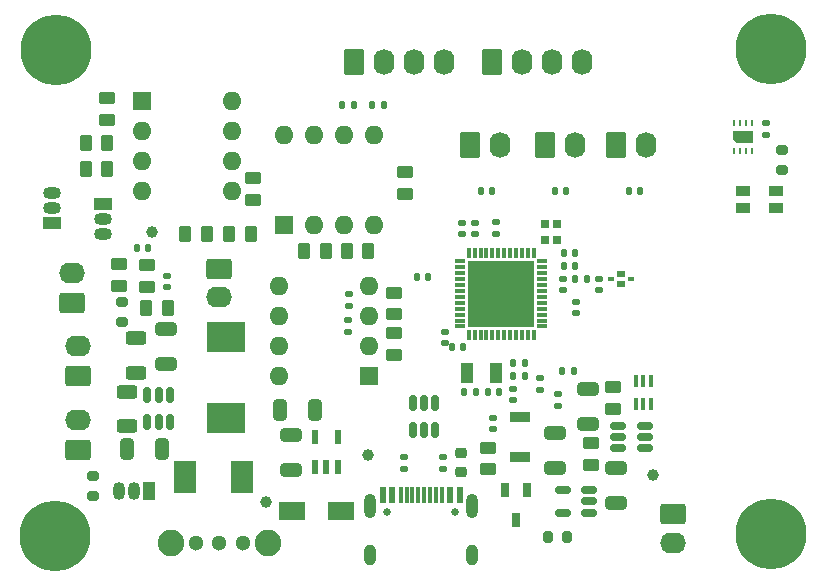
<source format=gbr>
%TF.GenerationSoftware,KiCad,Pcbnew,(6.0.0)*%
%TF.CreationDate,2023-04-26T08:22:48-05:00*%
%TF.ProjectId,SNAP_Project,534e4150-5f50-4726-9f6a-6563742e6b69,1.0*%
%TF.SameCoordinates,Original*%
%TF.FileFunction,Soldermask,Top*%
%TF.FilePolarity,Negative*%
%FSLAX46Y46*%
G04 Gerber Fmt 4.6, Leading zero omitted, Abs format (unit mm)*
G04 Created by KiCad (PCBNEW (6.0.0)) date 2023-04-26 08:22:48*
%MOMM*%
%LPD*%
G01*
G04 APERTURE LIST*
G04 Aperture macros list*
%AMRoundRect*
0 Rectangle with rounded corners*
0 $1 Rounding radius*
0 $2 $3 $4 $5 $6 $7 $8 $9 X,Y pos of 4 corners*
0 Add a 4 corners polygon primitive as box body*
4,1,4,$2,$3,$4,$5,$6,$7,$8,$9,$2,$3,0*
0 Add four circle primitives for the rounded corners*
1,1,$1+$1,$2,$3*
1,1,$1+$1,$4,$5*
1,1,$1+$1,$6,$7*
1,1,$1+$1,$8,$9*
0 Add four rect primitives between the rounded corners*
20,1,$1+$1,$2,$3,$4,$5,0*
20,1,$1+$1,$4,$5,$6,$7,0*
20,1,$1+$1,$6,$7,$8,$9,0*
20,1,$1+$1,$8,$9,$2,$3,0*%
%AMFreePoly0*
4,1,6,0.500000,-0.850000,-0.500000,-0.850000,-0.500000,0.550000,-0.200000,0.850000,0.500000,0.850000,0.500000,-0.850000,0.500000,-0.850000,$1*%
G04 Aperture macros list end*
%ADD10RoundRect,0.250000X-0.620000X-0.845000X0.620000X-0.845000X0.620000X0.845000X-0.620000X0.845000X0*%
%ADD11O,1.740000X2.190000*%
%ADD12RoundRect,0.140000X-0.170000X0.140000X-0.170000X-0.140000X0.170000X-0.140000X0.170000X0.140000X0*%
%ADD13R,0.600000X1.150000*%
%ADD14RoundRect,0.140000X0.170000X-0.140000X0.170000X0.140000X-0.170000X0.140000X-0.170000X-0.140000X0*%
%ADD15R,1.700000X0.900000*%
%ADD16R,1.050000X1.500000*%
%ADD17O,1.050000X1.500000*%
%ADD18RoundRect,0.250000X0.650000X-0.325000X0.650000X0.325000X-0.650000X0.325000X-0.650000X-0.325000X0*%
%ADD19RoundRect,0.250000X0.262500X0.450000X-0.262500X0.450000X-0.262500X-0.450000X0.262500X-0.450000X0*%
%ADD20RoundRect,0.200000X0.275000X-0.200000X0.275000X0.200000X-0.275000X0.200000X-0.275000X-0.200000X0*%
%ADD21RoundRect,0.140000X-0.140000X-0.170000X0.140000X-0.170000X0.140000X0.170000X-0.140000X0.170000X0*%
%ADD22C,1.000000*%
%ADD23RoundRect,0.250000X0.450000X-0.262500X0.450000X0.262500X-0.450000X0.262500X-0.450000X-0.262500X0*%
%ADD24RoundRect,0.140000X0.140000X0.170000X-0.140000X0.170000X-0.140000X-0.170000X0.140000X-0.170000X0*%
%ADD25C,6.000000*%
%ADD26RoundRect,0.250000X-0.625000X0.312500X-0.625000X-0.312500X0.625000X-0.312500X0.625000X0.312500X0*%
%ADD27R,0.800000X0.500000*%
%ADD28R,0.500000X0.300000*%
%ADD29RoundRect,0.150000X-0.150000X0.512500X-0.150000X-0.512500X0.150000X-0.512500X0.150000X0.512500X0*%
%ADD30R,0.700000X0.750000*%
%ADD31RoundRect,0.250000X0.845000X-0.620000X0.845000X0.620000X-0.845000X0.620000X-0.845000X-0.620000X0*%
%ADD32O,2.190000X1.740000*%
%ADD33R,1.500000X1.050000*%
%ADD34O,1.500000X1.050000*%
%ADD35R,1.000000X1.800000*%
%ADD36RoundRect,0.250000X-0.450000X0.262500X-0.450000X-0.262500X0.450000X-0.262500X0.450000X0.262500X0*%
%ADD37RoundRect,0.250000X0.325000X0.650000X-0.325000X0.650000X-0.325000X-0.650000X0.325000X-0.650000X0*%
%ADD38RoundRect,0.150000X0.150000X-0.512500X0.150000X0.512500X-0.150000X0.512500X-0.150000X-0.512500X0*%
%ADD39C,0.650000*%
%ADD40R,0.600000X1.450000*%
%ADD41R,0.300000X1.450000*%
%ADD42O,1.000000X2.100000*%
%ADD43O,1.000000X1.800000*%
%ADD44RoundRect,0.150000X0.512500X0.150000X-0.512500X0.150000X-0.512500X-0.150000X0.512500X-0.150000X0*%
%ADD45RoundRect,0.250000X-0.262500X-0.450000X0.262500X-0.450000X0.262500X0.450000X-0.262500X0.450000X0*%
%ADD46R,2.250000X1.600000*%
%ADD47RoundRect,0.135000X-0.135000X-0.185000X0.135000X-0.185000X0.135000X0.185000X-0.135000X0.185000X0*%
%ADD48R,1.903000X2.790000*%
%ADD49R,0.650000X1.220000*%
%ADD50RoundRect,0.135000X-0.185000X0.135000X-0.185000X-0.135000X0.185000X-0.135000X0.185000X0.135000X0*%
%ADD51RoundRect,0.250000X-0.650000X0.325000X-0.650000X-0.325000X0.650000X-0.325000X0.650000X0.325000X0*%
%ADD52RoundRect,0.135000X0.185000X-0.135000X0.185000X0.135000X-0.185000X0.135000X-0.185000X-0.135000X0*%
%ADD53RoundRect,0.200000X-0.275000X0.200000X-0.275000X-0.200000X0.275000X-0.200000X0.275000X0.200000X0*%
%ADD54R,1.200000X0.900000*%
%ADD55R,1.600000X1.600000*%
%ADD56O,1.600000X1.600000*%
%ADD57RoundRect,0.200000X0.200000X0.275000X-0.200000X0.275000X-0.200000X-0.275000X0.200000X-0.275000X0*%
%ADD58R,0.250000X0.550000*%
%ADD59FreePoly0,90.000000*%
%ADD60R,0.400000X1.000000*%
%ADD61RoundRect,0.218750X0.256250X-0.218750X0.256250X0.218750X-0.256250X0.218750X-0.256250X-0.218750X0*%
%ADD62C,1.300000*%
%ADD63C,2.250000*%
%ADD64RoundRect,0.147500X-0.147500X-0.172500X0.147500X-0.172500X0.147500X0.172500X-0.147500X0.172500X0*%
%ADD65RoundRect,0.147500X0.172500X-0.147500X0.172500X0.147500X-0.172500X0.147500X-0.172500X-0.147500X0*%
%ADD66R,0.300000X0.850000*%
%ADD67R,0.850000X0.300000*%
%ADD68R,5.700000X5.700000*%
%ADD69R,3.300000X2.500000*%
G04 APERTURE END LIST*
D10*
%TO.C,J4*%
X95140000Y-78927500D03*
D11*
X97680000Y-78927500D03*
X100220000Y-78927500D03*
X102760000Y-78927500D03*
%TD*%
D12*
%TO.C,C13*%
X102830000Y-101790000D03*
X102830000Y-102750000D03*
%TD*%
D13*
%TO.C,IC1*%
X91850000Y-113207500D03*
X92800000Y-113207500D03*
X93750000Y-113207500D03*
X93750000Y-110707500D03*
X91850000Y-110707500D03*
%TD*%
D14*
%TO.C,C24*%
X107150000Y-93450000D03*
X107150000Y-92490000D03*
%TD*%
D15*
%TO.C,SW2*%
X109160000Y-108950000D03*
X109160000Y-112350000D03*
%TD*%
D16*
%TO.C,Q3*%
X77800000Y-115257500D03*
D17*
X76530000Y-115257500D03*
X75260000Y-115257500D03*
%TD*%
D18*
%TO.C,C5*%
X114960000Y-109595000D03*
X114960000Y-106645000D03*
%TD*%
D19*
%TO.C,R27*%
X74232500Y-85780000D03*
X72407500Y-85780000D03*
%TD*%
D20*
%TO.C,R4*%
X75460000Y-100905000D03*
X75460000Y-99255000D03*
%TD*%
D21*
%TO.C,C20*%
X76730000Y-94690000D03*
X77690000Y-94690000D03*
%TD*%
D22*
%TO.C,TP1*%
X96330000Y-112200000D03*
%TD*%
D23*
%TO.C,R11*%
X106450000Y-113402500D03*
X106450000Y-111577500D03*
%TD*%
D24*
%TO.C,C31*%
X101430000Y-97107500D03*
X100470000Y-97107500D03*
%TD*%
D14*
%TO.C,C9*%
X104300000Y-93487500D03*
X104300000Y-92527500D03*
%TD*%
D23*
%TO.C,R19*%
X98550000Y-103720000D03*
X98550000Y-101895000D03*
%TD*%
D25*
%TO.C,H2*%
X69940000Y-77887500D03*
%TD*%
D26*
%TO.C,R1*%
X76710000Y-102297500D03*
X76710000Y-105222500D03*
%TD*%
D19*
%TO.C,R18*%
X74232500Y-87950000D03*
X72407500Y-87950000D03*
%TD*%
D27*
%TO.C,FL1*%
X117760000Y-96850000D03*
D28*
X118610000Y-97300000D03*
D27*
X117760000Y-97750000D03*
D28*
X116910000Y-97300000D03*
%TD*%
D29*
%TO.C,U2*%
X79550000Y-107082500D03*
X78600000Y-107082500D03*
X77650000Y-107082500D03*
X77650000Y-109357500D03*
X78600000Y-109357500D03*
X79550000Y-109357500D03*
%TD*%
D30*
%TO.C,Y1*%
X111350000Y-92632500D03*
X111350000Y-93982500D03*
X112350000Y-93982500D03*
X112350000Y-92632500D03*
%TD*%
D31*
%TO.C,BT1*%
X122160000Y-117197000D03*
D32*
X122160000Y-119610000D03*
%TD*%
D33*
%TO.C,Q2*%
X73920000Y-90980000D03*
D34*
X73920000Y-92250000D03*
X73920000Y-93520000D03*
%TD*%
D23*
%TO.C,R28*%
X74230000Y-83822500D03*
X74230000Y-81997500D03*
%TD*%
D22*
%TO.C,TP4*%
X120450000Y-113920000D03*
%TD*%
%TO.C,TP2*%
X78000000Y-93290000D03*
%TD*%
D23*
%TO.C,R30*%
X77580000Y-97952500D03*
X77580000Y-96127500D03*
%TD*%
D35*
%TO.C,Y2*%
X107200000Y-105207500D03*
X104700000Y-105207500D03*
%TD*%
D31*
%TO.C,D4*%
X71770000Y-111777500D03*
D32*
X71770000Y-109237500D03*
%TD*%
D18*
%TO.C,C7*%
X117329273Y-116247500D03*
X117329273Y-113297500D03*
%TD*%
D24*
%TO.C,C22*%
X107430000Y-106857500D03*
X106470000Y-106857500D03*
%TD*%
D14*
%TO.C,C12*%
X105350000Y-93487500D03*
X105350000Y-92527500D03*
%TD*%
D12*
%TO.C,C11*%
X113920000Y-99210000D03*
X113920000Y-100170000D03*
%TD*%
D36*
%TO.C,R26*%
X99450000Y-88245000D03*
X99450000Y-90070000D03*
%TD*%
D37*
%TO.C,C2*%
X91825000Y-108407500D03*
X88875000Y-108407500D03*
%TD*%
D19*
%TO.C,R22*%
X82662500Y-93457500D03*
X80837500Y-93457500D03*
%TD*%
D18*
%TO.C,C6*%
X112144637Y-113287864D03*
X112144637Y-110337864D03*
%TD*%
D25*
%TO.C,H4*%
X69833680Y-119017500D03*
%TD*%
D38*
%TO.C,U1*%
X100115773Y-110095000D03*
X101065773Y-110095000D03*
X102015773Y-110095000D03*
X102015773Y-107820000D03*
X101065773Y-107820000D03*
X100115773Y-107820000D03*
%TD*%
D23*
%TO.C,R9*%
X117040000Y-108292500D03*
X117040000Y-106467500D03*
%TD*%
D39*
%TO.C,J1*%
X97949273Y-117017500D03*
X103729273Y-117017500D03*
D40*
X97589273Y-115572500D03*
X98389273Y-115572500D03*
D41*
X99589273Y-115572500D03*
X100589273Y-115572500D03*
X101089273Y-115572500D03*
X102089273Y-115572500D03*
D40*
X103289273Y-115572500D03*
X104089273Y-115572500D03*
X104089273Y-115572500D03*
X103289273Y-115572500D03*
D41*
X102589273Y-115572500D03*
X101589273Y-115572500D03*
X100089273Y-115572500D03*
X99089273Y-115572500D03*
D40*
X98389273Y-115572500D03*
X97589273Y-115572500D03*
D42*
X105159273Y-116487500D03*
D43*
X96519273Y-120667500D03*
X105159273Y-120667500D03*
D42*
X96519273Y-116487500D03*
%TD*%
D24*
%TO.C,C28*%
X119380000Y-89827500D03*
X118420000Y-89827500D03*
%TD*%
D44*
%TO.C,U8*%
X115076773Y-117067500D03*
X115076773Y-116117500D03*
X115076773Y-115167500D03*
X112801773Y-115167500D03*
X112801773Y-117067500D03*
%TD*%
D31*
%TO.C,D3*%
X71770000Y-105527500D03*
D32*
X71770000Y-102987500D03*
%TD*%
D45*
%TO.C,R23*%
X90937500Y-94957500D03*
X92762500Y-94957500D03*
%TD*%
D37*
%TO.C,C3*%
X78875000Y-111720000D03*
X75925000Y-111720000D03*
%TD*%
D14*
%TO.C,C26*%
X94625000Y-101737500D03*
X94625000Y-100777500D03*
%TD*%
D46*
%TO.C,D5*%
X89900000Y-116907500D03*
X94000000Y-116907500D03*
%TD*%
D36*
%TO.C,R24*%
X86600000Y-88745000D03*
X86600000Y-90570000D03*
%TD*%
D25*
%TO.C,H3*%
X130468680Y-118918680D03*
%TD*%
D47*
%TO.C,R15*%
X94110000Y-82570000D03*
X95130000Y-82570000D03*
%TD*%
D33*
%TO.C,Q1*%
X69600000Y-92520000D03*
D34*
X69600000Y-91250000D03*
X69600000Y-89980000D03*
%TD*%
D10*
%TO.C,J3*%
X106840000Y-78877500D03*
D11*
X109380000Y-78877500D03*
X111920000Y-78877500D03*
X114460000Y-78877500D03*
%TD*%
D26*
%TO.C,R2*%
X75940000Y-106847500D03*
X75940000Y-109772500D03*
%TD*%
D47*
%TO.C,R13*%
X112780000Y-105080000D03*
X113800000Y-105080000D03*
%TD*%
D45*
%TO.C,R25*%
X94537500Y-94957500D03*
X96362500Y-94957500D03*
%TD*%
D19*
%TO.C,R29*%
X79362500Y-99770000D03*
X77537500Y-99770000D03*
%TD*%
D48*
%TO.C,L1*%
X80800000Y-114020000D03*
X85653000Y-114020000D03*
%TD*%
D49*
%TO.C,Q6*%
X109794637Y-115115000D03*
X107894637Y-115115000D03*
X108844637Y-117735000D03*
%TD*%
D50*
%TO.C,R6*%
X102665773Y-112347500D03*
X102665773Y-113367500D03*
%TD*%
D10*
%TO.C,SW3*%
X117320000Y-85950000D03*
D11*
X119860000Y-85950000D03*
%TD*%
D12*
%TO.C,C18*%
X106950000Y-109070000D03*
X106950000Y-110030000D03*
%TD*%
D18*
%TO.C,C1*%
X89800000Y-113432500D03*
X89800000Y-110482500D03*
%TD*%
D25*
%TO.C,H1*%
X130461320Y-77838680D03*
%TD*%
D51*
%TO.C,C4*%
X79200000Y-101545000D03*
X79200000Y-104495000D03*
%TD*%
D21*
%TO.C,C21*%
X104470000Y-106857500D03*
X105430000Y-106857500D03*
%TD*%
D12*
%TO.C,C25*%
X115910000Y-97300000D03*
X115910000Y-98260000D03*
%TD*%
D50*
%TO.C,R7*%
X99365773Y-112347500D03*
X99365773Y-113367500D03*
%TD*%
D52*
%TO.C,R12*%
X112410000Y-108070000D03*
X112410000Y-107050000D03*
%TD*%
D21*
%TO.C,C17*%
X108620000Y-104407500D03*
X109580000Y-104407500D03*
%TD*%
D53*
%TO.C,R5*%
X73040000Y-113975000D03*
X73040000Y-115625000D03*
%TD*%
D14*
%TO.C,C19*%
X79280000Y-97960000D03*
X79280000Y-97000000D03*
%TD*%
D54*
%TO.C,D6*%
X128060000Y-89855000D03*
X130860000Y-89855000D03*
X130860000Y-91305000D03*
X128060000Y-91305000D03*
%TD*%
D55*
%TO.C,U5*%
X96450000Y-105507500D03*
D56*
X96450000Y-102967500D03*
X96450000Y-100427500D03*
X96450000Y-97887500D03*
X88830000Y-97887500D03*
X88830000Y-100427500D03*
X88830000Y-102967500D03*
X88830000Y-105507500D03*
%TD*%
D14*
%TO.C,C27*%
X94750000Y-99537500D03*
X94750000Y-98577500D03*
%TD*%
D23*
%TO.C,R8*%
X115239273Y-113030000D03*
X115239273Y-111205000D03*
%TD*%
D12*
%TO.C,C23*%
X112840000Y-97300000D03*
X112840000Y-98260000D03*
%TD*%
D57*
%TO.C,R10*%
X113175000Y-119100000D03*
X111525000Y-119100000D03*
%TD*%
D24*
%TO.C,C10*%
X104400000Y-103060000D03*
X103440000Y-103060000D03*
%TD*%
D55*
%TO.C,U6*%
X77180000Y-82230000D03*
D56*
X77180000Y-84770000D03*
X77180000Y-87310000D03*
X77180000Y-89850000D03*
X84800000Y-89850000D03*
X84800000Y-87310000D03*
X84800000Y-84770000D03*
X84800000Y-82230000D03*
%TD*%
D12*
%TO.C,C8*%
X129980000Y-84110000D03*
X129980000Y-85070000D03*
%TD*%
D47*
%TO.C,R16*%
X96690000Y-82570000D03*
X97710000Y-82570000D03*
%TD*%
D23*
%TO.C,R3*%
X75220000Y-97862500D03*
X75220000Y-96037500D03*
%TD*%
D45*
%TO.C,R21*%
X84587500Y-93457500D03*
X86412500Y-93457500D03*
%TD*%
D58*
%TO.C,U4*%
X127305000Y-86442500D03*
X127805000Y-86442500D03*
X128305000Y-86442500D03*
X128805000Y-86442500D03*
X128805000Y-84092500D03*
X128305000Y-84092500D03*
X127805000Y-84092500D03*
X127305000Y-84092500D03*
D59*
X128055000Y-85267500D03*
%TD*%
D10*
%TO.C,SW4*%
X111300000Y-85927500D03*
D11*
X113840000Y-85927500D03*
%TD*%
D50*
%TO.C,R17*%
X110850000Y-105697500D03*
X110850000Y-106717500D03*
%TD*%
D60*
%TO.C,Q5*%
X118980000Y-107855000D03*
X119630000Y-107855000D03*
X120280000Y-107855000D03*
X120280000Y-105955000D03*
X119630000Y-105955000D03*
X118980000Y-105955000D03*
%TD*%
D20*
%TO.C,R14*%
X131380000Y-88055000D03*
X131380000Y-86405000D03*
%TD*%
D55*
%TO.C,U7*%
X89250000Y-92757500D03*
D56*
X91790000Y-92757500D03*
X94330000Y-92757500D03*
X96870000Y-92757500D03*
X96870000Y-85137500D03*
X94330000Y-85137500D03*
X91790000Y-85137500D03*
X89250000Y-85137500D03*
%TD*%
D21*
%TO.C,C30*%
X105890000Y-89807500D03*
X106850000Y-89807500D03*
%TD*%
D24*
%TO.C,C29*%
X113080000Y-89807500D03*
X112120000Y-89807500D03*
%TD*%
D61*
%TO.C,F1*%
X104180000Y-113635000D03*
X104180000Y-112060000D03*
%TD*%
D62*
%TO.C,SW1*%
X81750000Y-119647640D03*
X83750000Y-119647640D03*
X85750000Y-119647640D03*
D63*
X79650000Y-119647640D03*
X87850000Y-119647640D03*
%TD*%
D21*
%TO.C,C14*%
X112920000Y-95120000D03*
X113880000Y-95120000D03*
%TD*%
D64*
%TO.C,L3*%
X113885000Y-97300000D03*
X114855000Y-97300000D03*
%TD*%
D21*
%TO.C,C15*%
X112920000Y-96220000D03*
X113880000Y-96220000D03*
%TD*%
D31*
%TO.C,D2*%
X71270000Y-99350000D03*
D32*
X71270000Y-96810000D03*
%TD*%
D44*
%TO.C,U3*%
X119766773Y-111622500D03*
X119766773Y-110672500D03*
X119766773Y-109722500D03*
X117491773Y-109722500D03*
X117491773Y-110672500D03*
X117491773Y-111622500D03*
%TD*%
D22*
%TO.C,TP3*%
X87670000Y-116200000D03*
%TD*%
D21*
%TO.C,C16*%
X108620000Y-105487500D03*
X109580000Y-105487500D03*
%TD*%
D31*
%TO.C,Q4*%
X83670000Y-96414500D03*
D32*
X83670000Y-98827500D03*
%TD*%
D23*
%TO.C,R20*%
X98550000Y-100270000D03*
X98550000Y-98445000D03*
%TD*%
D10*
%TO.C,SW5*%
X105000000Y-85927500D03*
D11*
X107540000Y-85927500D03*
%TD*%
D65*
%TO.C,L2*%
X108620000Y-107532500D03*
X108620000Y-106562500D03*
%TD*%
D66*
%TO.C,IC2*%
X104850000Y-102007500D03*
X105350000Y-102007500D03*
X105850000Y-102007500D03*
X106350000Y-102007500D03*
X106850000Y-102007500D03*
X107350000Y-102007500D03*
X107850000Y-102007500D03*
X108350000Y-102007500D03*
X108850000Y-102007500D03*
X109350000Y-102007500D03*
X109850000Y-102007500D03*
X110350000Y-102007500D03*
D67*
X111050000Y-101307500D03*
X111050000Y-100807500D03*
X111050000Y-100307500D03*
X111050000Y-99807500D03*
X111050000Y-99307500D03*
X111050000Y-98807500D03*
X111050000Y-98307500D03*
X111050000Y-97807500D03*
X111050000Y-97307500D03*
X111050000Y-96807500D03*
X111050000Y-96307500D03*
X111050000Y-95807500D03*
D66*
X110350000Y-95107500D03*
X109850000Y-95107500D03*
X109350000Y-95107500D03*
X108850000Y-95107500D03*
X108350000Y-95107500D03*
X107850000Y-95107500D03*
X107350000Y-95107500D03*
X106850000Y-95107500D03*
X106350000Y-95107500D03*
X105850000Y-95107500D03*
X105350000Y-95107500D03*
X104850000Y-95107500D03*
D67*
X104150000Y-95807500D03*
X104150000Y-96307500D03*
X104150000Y-96807500D03*
X104150000Y-97307500D03*
X104150000Y-97807500D03*
X104150000Y-98307500D03*
X104150000Y-98807500D03*
X104150000Y-99307500D03*
X104150000Y-99807500D03*
X104150000Y-100307500D03*
X104150000Y-100807500D03*
X104150000Y-101307500D03*
D68*
X107600000Y-98557500D03*
%TD*%
D69*
%TO.C,D1*%
X84300000Y-102220000D03*
X84300000Y-109020000D03*
%TD*%
M02*

</source>
